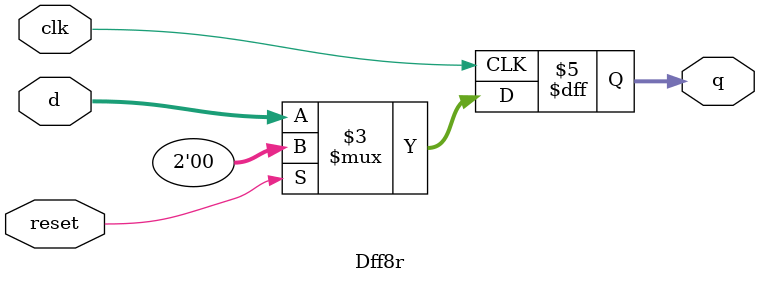
<source format=v>
`timescale 1ns / 1ps


module Dff8r(
    input clk,
    input reset,            // Synchronous reset
    input [1:0] d,
    output reg [1:0] q
    );
	
	always@(posedge clk) begin
		if(reset) begin
			q<=2'd0;
		end
		else begin
			q<=d;
		end
		
	end
	
endmodule

</source>
